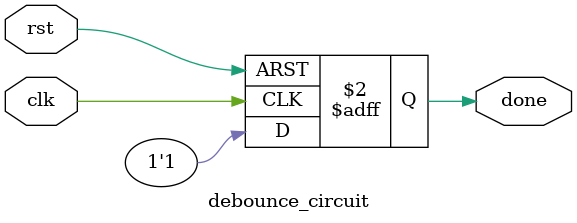
<source format=v>

module debounce_circuit(input clk, input rst, output reg done);
    always @(posedge clk or posedge rst) begin
        if (rst)
            done <= 0;
        else
            done <= 1;
    end
endmodule

</source>
